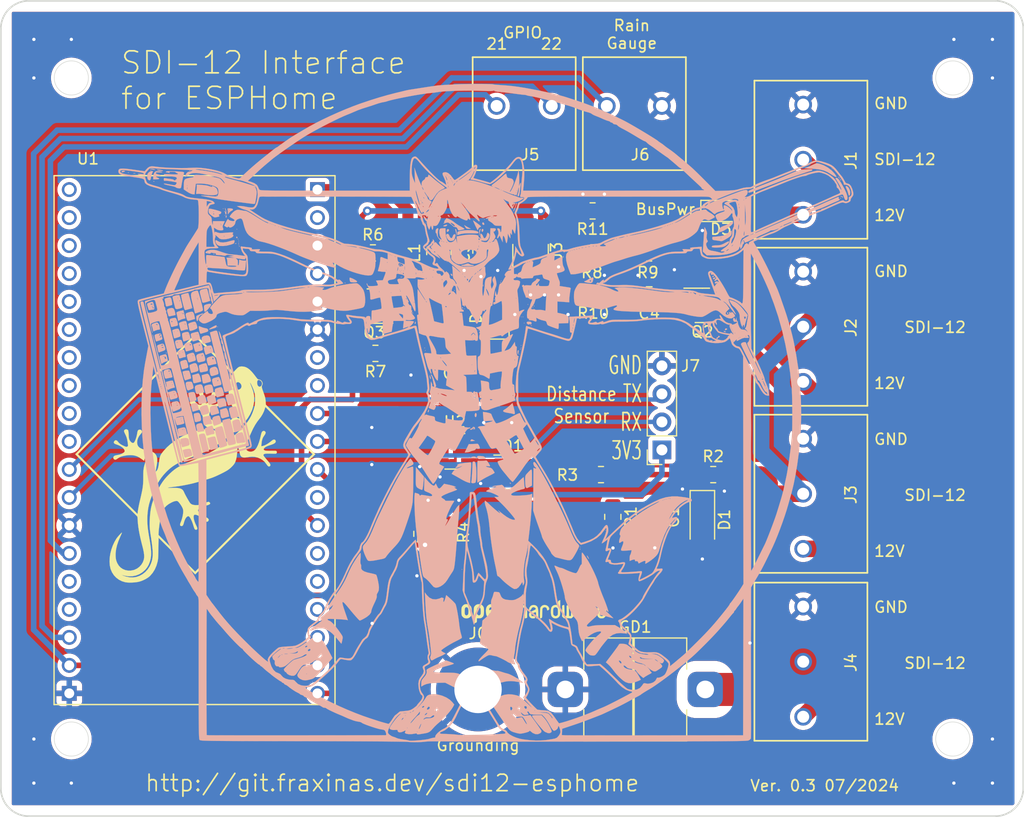
<source format=kicad_pcb>
(kicad_pcb (version 20240108) (generator "pcbnew") (generator_version "8.0")
  (layers (0 "F.Cu" mixed) (31 "B.Cu" mixed) (34 "B.Paste" user) (35 "F.Paste" user) (36 "B.SilkS" user "B.Silkscreen") (37 "F.SilkS" user "F.Silkscreen") (38 "B.Mask" user) (39 "F.Mask" user) (44 "Edge.Cuts" user))
  (net 0 "")
  (net 1 "Net-(D1-K)")
  (net 2 "+5V")
  (net 3 "+12V")
  (net 4 "Net-(Q1-G)")
  (net 5 "UART_RXD")
  (net 6 "+3V3")
  (net 7 "GPIO23")
  (net 8 "UART_TXD")
  (net 31 "SDI12_RXD")
  (net 32 "SDI12_TXD")
  (net 33 "GND")
  (net 36 "OE")
  (net 37 "Net-(D2-A)")
  (net 38 "SDI12_Bus")
  (net 39 "Net-(U3-V_{FB})")
  (net 40 "GPIO21")
  (net 41 "GPIO22")
  (net 42 "Net-(D3-K)")
  (net 43 "Net-(D2-K)")
  (net 44 "BusPwr_{Enable}")
  (net 45 "Net-(Q3-B)")
  (net 46 "~{BusPwr_{Enable}'}")
  (net 47 "Net-(R8-Pad1)")
  (footprint "Resistor_SMD:R_0805_2012Metric_Pad1.20x1.40mm_HandSolder" (layer "F.Cu") (at 93.472 82)
    (property "Reference" "R3")
    (property "Value" "510R")
  )
  (footprint "Resistor_SMD:R_0805_2012Metric_Pad1.20x1.40mm_HandSolder" (layer "F.Cu") (at 92.765999 61.88 180)
    (property "Reference" "R8")
    (property "Value" "1M±1%")
  )
  (footprint "Fraxinas-kicad:Gas Discharge Tube Generic 12.7mm THT" (layer "F.Cu") (at 90.231999 101.5)
    (property "Reference" "GD1")
    (property "Value" "10kV 90V")
  )
  (footprint "Fraxinas-kicad:Phoenix Contact SPTA 1 3 5,0 1752227" (layer "F.Cu") (at 111.821999 58.42 90)
    (property "Reference" "J1")
    (property "Value" "SDI-12 A")
  )
  (footprint "Fraxinas-kicad:MODULE_ESP32_NODEMCU" (layer "F.Cu") (at 55.291 78.994)
    (property "Reference" "U1")
    (property "Value" "ESP32_NODEMCU")
  )
  (footprint "Package_TO_SOT_SMD:SOT-23" (layer "F.Cu") (at 72.898 66.706 180)
    (property "Reference" "Q3")
    (property "Value" "S8050")
  )
  (footprint "Connector_PinSocket_2.54mm:PinSocket_1x04_P2.54mm_Vertical" (layer "F.Cu") (at 99 79.756 180)
    (property "Reference" "J7")
    (property "Value" "UART")
  )
  (footprint "Resistor_SMD:R_0805_2012Metric_Pad1.20x1.40mm_HandSolder" (layer "F.Cu") (at 94.543999 85.836 -90)
    (property "Reference" "R1")
    (property "Value" "200K")
  )
  (footprint "Fraxinas-kicad:Phoenix Contact SPTA 1 3 5,0 1752227" (layer "F.Cu") (at 111.821999 103.98 90)
    (property "Reference" "J4")
    (property "Value" "SDI-12 D")
  )
  (footprint "Package_TO_SOT_SMD:SOT-23" (layer "F.Cu") (at 102.671999 66.64)
    (property "Reference" "Q2")
    (property "Value" "AO3401A")
  )
  (footprint "Fraxinas-kicad:Phoenix Contact SPTA 1 2 5,0 1752214" (layer "F.Cu") (at 94 48.542)
    (property "Reference" "J6")
    (property "Value" "Rain Gauge")
  )
  (footprint "Resistor_SMD:R_0805_2012Metric_Pad1.20x1.40mm_HandSolder" (layer "F.Cu") (at 103.655999 82)
    (property "Reference" "R2")
    (property "Value" "510R")
  )
  (footprint "Capacitor_SMD:C_0805_2012Metric_Pad1.18x1.45mm_HandSolder" (layer "F.Cu") (at 80.033999 74.488)
    (property "Reference" "C2")
    (property "Value" "100nF")
  )
  (footprint "Capacitor_SMD:C_0805_2012Metric_Pad1.18x1.45mm_HandSolder" (layer "F.Cu") (at 82.573999 61.6475 -90)
    (property "Reference" "C3")
    (property "Value" "10µF")
  )
  (footprint "MountingHole:MountingHole_4.3mm_M4_ISO7380_Pad_TopBottom" (layer "F.Cu") (at 82.311999 101.5)
    (property "Reference" "J0")
    (property "Value" "Grounding")
  )
  (footprint "Resistor_SMD:R_0805_2012Metric_Pad1.20x1.40mm_HandSolder" (layer "F.Cu") (at 97.845999 61.88 180)
    (property "Reference" "R9")
    (property "Value" "56k±1%")
  )
  (footprint "Fraxinas-kicad:Phoenix Contact SPTA 1 3 5,0 1752227" (layer "F.Cu") (at 111.821999 88.74 90)
    (property "Reference" "J3")
    (property "Value" "SDI-12 C")
  )
  (footprint "Package_TO_SOT_SMD:SOT-23-5_HandSoldering" (layer "F.Cu") (at 80.207999 79.888)
    (property "Reference" "U2")
    (property "Value" "74LVC1G125")
  )
  (footprint "Resistor_SMD:R_0805_2012Metric_Pad1.20x1.40mm_HandSolder" (layer "F.Cu") (at 73 71 180)
    (property "Reference" "R7")
    (property "Value" "1k")
  )
  (footprint "LED_SMD:LED_0805_2012Metric_Pad1.15x1.40mm_HandSolder" (layer "F.Cu") (at 104.394 58.07)
    (property "Reference" "D3")
    (property "Value" "LED")
  )
  (footprint "Resistor_SMD:R_0805_2012Metric_Pad1.20x1.40mm_HandSolder" (layer "F.Cu") (at 75.747999 87.376 90)
    (property "Reference" "R5")
    (property "Value" "4K7")
  )
  (footprint "Capacitor_SMD:C_0805_2012Metric_Pad1.18x1.45mm_HandSolder" (layer "F.Cu") (at 97.845999 65.69 180)
    (property "Reference" "C4")
    (property "Value" "10µF")
  )
  (footprint "Package_TO_SOT_SMD:SOT-23" (layer "F.Cu") (at 85.4225 81.788)
    (property "Reference" "Q1")
    (property "Value" "2N7002")
  )
  (footprint "Inductor_SMD:L_1008_2520Metric_Pad1.43x2.20mm_HandSolder" (layer "F.Cu") (at 78.763999 61.7725 -90)
    (property "Reference" "L1")
    (property "Value" "4.7µH")
  )
  (footprint "Resistor_SMD:R_0805_2012Metric_Pad1.20x1.40mm_HandSolder" (layer "F.Cu") (at 72.771 61.88)
    (property "Reference" "R6")
    (property "Value" "12k")
  )
  (footprint "Capacitor_SMD:C_0805_2012Metric_Pad1.18x1.45mm_HandSolder" (layer "F.Cu") (at 98.353999 85.852 -90)
    (property "Reference" "C1")
    (property "Value" "3.3nF")
  )
  (footprint "Fraxinas:OSHW-Logo2_14.6x12mm_Mask" (layer "F.Cu") (at 87.376 89.916)
    (property "Reference" "LOGO1" (hide yes))
    (property "Value" "Logo_Open_Hardware_Small" (hide yes))
  )
  (footprint "Fraxinas-kicad:Phoenix Contact SPTA 1 3 5,0 1752227" (layer "F.Cu") (at 111.821999 73.58 90)
    (property "Reference" "J2")
    (property "Value" "SDI-12 B")
  )
  (footprint "Fraxinas:repairfox" (layer "F.Cu") (at 83.1425 76.52)
    (property "Reference" "G***" (hide yes))
    (property "Value" "LOGO" (hide yes))
  )
  (footprint "Resistor_SMD:R_0805_2012Metric_Pad1.20x1.40mm_HandSolder" (layer "F.Cu") (at 92.765999 65.69)
    (property "Reference" "R10")
    (property "Value" "120k±1%")
  )
  (footprint "Fraxinas-kicad:Phoenix Contact SPTA 1 2 5,0 1752214" (layer "F.Cu") (at 84 48.542)
    (property "Reference" "J5")
    (property "Value" "GPIO21/22")
  )
  (footprint "Resistor_SMD:R_0805_2012Metric_Pad1.20x1.40mm_HandSolder" (layer "F.Cu") (at 79.303999 87.392 90)
    (property "Reference" "R4")
    (property "Value" "4K7")
  )
  (footprint "Diode_SMD:D_SOD-123" (layer "F.Cu") (at 84.129999 67.34 90)
    (property "Reference" "D2")
    (property "Value" "MBR0540")
  )
  (footprint "Resistor_SMD:R_0805_2012Metric_Pad1.20x1.40mm_HandSolder" (layer "F.Cu") (at 92.71 58.07)
    (property "Reference" "R11")
    (property "Value" "510R")
  )
  (footprint "Diode_SMD:D_MiniMELF" (layer "F.Cu") (at 102.671999 86.106 -90)
    (property "Reference" "D1")
    (property "Value" "TZMC5V6-GS08")
  )
  (footprint "Fraxinas:purplegecko" (layer "F.Cu") (at 56.642 80.518 -90)
    (property "Reference" "G***" (hide yes))
    (property "Value" "LOGO" (hide yes))
  )
  (footprint "Package_TO_SOT_SMD:SOT-23-5_HandSoldering" (layer "F.Cu") (at 87.079999 62.0125 90)
    (property "Reference" "U3")
    (property "Value" "MCP1661")
  )
  (gr_circle (center 45.4 106) (end 46.95 106) (stroke (width 0.05)) (fill none) (layer "Edge.Cuts"))
  (gr_line (start 39 110.46) (end 39 41.54) (stroke (width 0.15)) (layer "Edge.Cuts"))
  (gr_arc (start 41.54 113) (mid 39.743949 112.256051) (end 39 110.46) (stroke (width 0.15)) (layer "Edge.Cuts"))
  (gr_line (start 41.54 113) (end 129.26 113) (stroke (width 0.15)) (layer "Edge.Cuts"))
  (gr_arc (start 129.26 39) (mid 131.056051 39.743949) (end 131.8 41.54) (stroke (width 0.15)) (layer "Edge.Cuts"))
  (gr_arc (start 39 41.54) (mid 39.743949 39.743949) (end 41.54 39) (stroke (width 0.15)) (layer "Edge.Cuts"))
  (gr_arc (start 131.8 110.46) (mid 131.056051 112.256051) (end 129.26 113) (stroke (width 0.15)) (layer "Edge.Cuts"))
  (gr_line (start 131.8 41.54) (end 131.8 110.46) (stroke (width 0.15)) (layer "Edge.Cuts"))
  (gr_circle (center 125.4 46) (end 126.95 46) (stroke (width 0.05)) (fill none) (layer "Edge.Cuts"))
  (gr_circle (center 45.4 46) (end 46.95 46) (stroke (width 0.05)) (fill none) (layer "Edge.Cuts"))
  (gr_line (start 41.54 39) (end 129.26 39) (stroke (width 0.15)) (layer "Edge.Cuts"))
  (gr_circle (center 125.4 106) (end 126.95 106) (stroke (width 0.05)) (fill none) (layer "Edge.Cuts"))
  (gr_text "Rain\nGauge" (at 96.266 43.434 0) (layer "F.SilkS") (effects (font (size 1 1)) (justify bottom)))
  (gr_text "http://git.fraxinas.dev/sdi12-esphome" (at 52 110 0) (layer "F.SilkS") (effects (font (size 1.5 1.5)) (justify left)))
  (gr_text "GND" (at 118.171999 94.615 0) (layer "F.SilkS") (effects (font (size 1 1)) (justify left bottom)))
  (gr_text "GPIO" (at 86.36 42.476 0) (layer "F.SilkS") (effects (font (size 1 1)) (justify bottom)))
  (gr_text "12V" (at 118.171999 59.055 0) (layer "F.SilkS") (effects (font (size 1 1)) (justify left bottom)))
  (gr_text "SDI-12" (at 118.171999 53.975 0) (layer "F.SilkS") (effects (font (size 1 1)) (justify left bottom)))
  (gr_text "SDI-12" (at 120.91 99.695 0) (layer "F.SilkS") (effects (font (size 1 1)) (justify left bottom)))
  (gr_text "SDI-12" (at 120.91 69.215 0) (layer "F.SilkS") (effects (font (size 1 1)) (justify left bottom)))
  (gr_text "BusPwr" (at 99.314 58.5 0) (layer "F.SilkS") (effects (font (size 1 1)) (justify bottom)))
  (gr_text "GND" (at 118.171999 64.135 0) (layer "F.SilkS") (effects (font (size 1 1)) (justify left bottom)))
  (gr_text "SDI-12" (at 120.91 84.455 0) (layer "F.SilkS") (effects (font (size 1 1)) (justify left bottom)))
  (gr_text "Distance\nSensor" (at 91.694 75.692 0) (layer "F.SilkS") (effects (font (size 1.25 1))))
  (gr_text "SDI-12 Interface\nfor ESPHome" (at 49.784 46.228 0) (layer "F.SilkS") (effects (font (size 2 2)) (justify left)))
  (gr_text "Ver. 0.3 07/2024" (at 106.934 110.236 0) (layer "F.SilkS") (effects (font (size 1 1)) (justify left)))
  (gr_text "GND\nTX\nRX\n3V3\n" (at 97.282 75.946 0) (layer "F.SilkS") (effects (font (size 1.6 1)) (justify right)))
  (gr_text "12V" (at 118.171999 104.775 0) (layer "F.SilkS") (effects (font (size 1 1)) (justify left bottom)))
  (gr_text "21    22" (at 86.5 43.5 0) (layer "F.SilkS") (effects (font (size 1 1)) (justify bottom)))
  (gr_text "GND" (at 118.171999 48.895 0) (layer "F.SilkS") (effects (font (size 1 1)) (justify left bottom)))
  (gr_text "12V" (at 118.171999 89.535 0) (layer "F.SilkS") (effects (font (size 1 1)) (justify left bottom)))
  (gr_text "12V" (at 118.171999 74.295 0) (layer "F.SilkS") (effects (font (size 1 1)) (justify left bottom)))
  (gr_text "GND" (at 118.171999 79.375 0) (layer "F.SilkS") (effects (font (size 1 1)) (justify left bottom)))
  (segment (start 98.324999 84.8435) (end 98.353999 84.8145) (width 0.5) (layer "F.Cu") (net 1))
  (segment (start 102.687999 84.34) (end 102.671999 84.356) (width 1.5) (layer "F.Cu") (net 1))
  (segment (start 94.543999 84.836) (end 94.551499 84.8435) (width 0.5) (layer "F.Cu") (net 1))
  (segment (start 102.213499 84.8145) (end 102.671999 84.356) (width 0.5) (layer "F.Cu") (net 1))
  (segment (start 98.099999 84.8145) (end 102.213499 84.8145) (width 0.5) (layer "F.Cu") (net 1))
  (segment (start 102.687999 82.032) (end 102.687999 84.34) (width 1.5) (layer "F.Cu") (net 1))
  (segment (start 94.472 82) (end 102.655999 82) (width 0.5) (layer "F.Cu") (net 1))
  (segment (start 102.655999 82) (end 102.687999 82.032) (width 1.5) (layer "F.Cu") (net 1))
  (segment (start 94.551499 84.8435) (end 98.070999 84.8435) (width 0.5) (layer "F.Cu") (net 1))
  (segment (start 75.946 60.61) (end 75.946 57.943) (width 1) (layer "F.Cu") (net 2))
  (segment (start 78.763999 60.61) (end 75.946 60.61) (width 1) (layer "F.Cu") (net 2))
  (segment (start 74.137 56.134) (end 71.247 56.134) (width 1) (layer "F.Cu") (net 2))
  (segment (start 75.946 57.943) (end 74.137 56.134) (width 1) (layer "F.Cu") (net 2))
  (segment (start 84.097999 78.044) (end 83.203999 78.938) (width 0.5) (layer "F.Cu") (net 2))
  (segment (start 78.763999 60.61) (end 86.077499 60.61) (width 1) (layer "F.Cu") (net 2))
  (segment (start 86.077499 60.61) (end 86.129999 60.6625) (width 1) (layer "F.Cu") (net 2))
  (segment (start 84.097999 76.52) (end 84.097999 78.044) (width 0.5) (layer "F.Cu") (net 2))
  (segment (start 75.946 60.61) (end 75.946 68.368001) (width 0.5) (layer "F.Cu") (net 2))
  (segment (start 71.247 56.134) (end 67.737 56.134) (width 1) (layer "F.Cu") (net 2))
  (segment (start 83.203999 78.938) (end 81.557999 78.938) (width 0.5) (layer "F.Cu") (net 2))
  (segment (start 73.771 61.88) (end 75.946 61.88) (width 0.508) (layer "F.Cu") (net 2))
  (segment (start 75.946 68.368001) (end 84.097999 76.52) (width 0.5) (layer "F.Cu") (net 2))
  (segment (start 106.481999 70.358) (end 109.703999 73.58) (width 1.5) (layer "F.Cu") (net 3))
  (segment (start 111.821999 88.74) (end 115.531999 88.74) (width 1.5) (layer "F.Cu") (net 3))
  (segment (start 106.481999 68) (end 106.481999 70.358) (width 1.5) (layer "F.Cu") (net 3))
  (segment (start 115.625999 88.646) (end 115.625999 100.176) (width 1.5) (layer "F.Cu") (net 3))
  (segment (start 115.625999 77.384) (end 115.625999 88.646) (width 1.5) (layer "F.Cu") (net 3))
  (segment (start 105.419 58.07) (end 111.471999 58.07) (width 0.508) (layer "F.Cu") (net 3))
  (segment (start 109.703999 73.58) (end 111.821999 73.58) (width 1.5) (layer "F.Cu") (net 3))
  (segment (start 115.531999 88.74) (end 115.625999 88.646) (width 1.5) (layer "F.Cu") (net 3))
  (segment (start 102.144499 68) (end 101.734499 67.59) (width 0.508) (layer "F.Cu") (net 3))
  (segment (start 106.481999 62.23) (end 110.291999 58.42) (width 1.5) (layer "F.Cu") (net 3))
  (segment (start 111.471999 58.07) (end 111.821999 58.42) (width 0.3) (layer "F.Cu") (net 3))
  (segment (start 106.481999 68) (end 102.144499 68) (width 0.508) (layer "F.Cu") (net 3))
  (segment (start 106.481999 62.23) (end 106.481999 68) (width 1.5) (layer "F.Cu") (net 3))
  (segment (start 115.625999 100.176) (end 111.821999 103.98) (width 1.5) (layer "F.Cu") (net 3))
  (segment (start 110.291999 58.42) (end 111.821999 58.42) (width 1.5) (layer "F.Cu") (net 3))
  (segment (start 111.821999 73.58) (end 115.625999 77.384) (width 1.5) (layer "F.Cu") (net 3))
  (segment (start 81.557999 80.838) (end 91.31 80.838) (width 0.5) (layer "F.Cu") (net 4))
  (segment (start 91.31 80.838) (end 92.472 82) (width 0.5) (layer "F.Cu") (net 4))
  (segment (start 98.492 75.184) (end 99 74.676) (width 0.4) (layer "B.Cu") (net 5))
  (segment (start 51.562 75.184) (end 98.492 75.184) (width 0.4) (layer "B.Cu") (net 5))
  (segment (start 45.212 81.534) (end 51.562 75.184) (width 0.4) (layer "B.Cu") (net 5))
  (segment (start 79.662 88.039999) (end 79.303999 88.398) (width 0.5) (layer "F.Cu") (net 6))
  (segment (start 69.657999 101.854) (end 67.737 101.854) (width 0.5) (layer "F.Cu") (net 6))
  (segment (start 79.287999 88.376) (end 79.303999 88.392) (width 0.5) (layer "F.Cu") (net 6))
  (segment (start 75.747999 88.376) (end 79.287999 88.376) (width 0.5) (layer "F.Cu") (net 6))
  (segment (start 79.303999 92.208) (end 69.657999 101.854) (width 0.5) (layer "F.Cu") (net 6))
  (segment (start 75.747999 88.376) (end 75.747999 88.551284) (width 0.5) (layer "F.Cu") (net 6))
  (segment (start 79.303999 88.398) (end 79.303999 92.208) (width 0.5) (layer "F.Cu") (net 6))
  (via (at 77.5 88.376) (size 0.8) (drill 0.4) (layers "F.Cu" "B.Cu") (net 6))
  (segment (start 97.18 83.82) (end 82.556 83.82) (width 0.508) (layer "B.Cu") (net 6))
  (segment (start 99 82) (end 97.18 83.82) (width 0.508) (layer "B.Cu") (net 6))
  (segment (start 99 79.756) (end 99 82) (width 0.508) (layer "B.Cu") (net 6))
  (segment (start 82.556 83.82) (end 78 88.376) (width 0.508) (layer "B.Cu") (net 6))
  (segment (start 71.374 92.964) (end 74.168 90.17) (width 0.508) (layer "F.Cu") (net 7))
  (segment (start 45.212 99.314) (end 46.686 99.314) (width 0.508) (layer "F.Cu") (net 7))
  (segment (start 46.686 99.314) (end 53.036 92.964) (width 0.508) (layer "F.Cu") (net 7))
  (segment (start 75.076999 86.376) (end 75.747999 86.376) (width 0.508) (layer "F.Cu") (net 7))
  (segment (start 74.168 87.284999) (end 75.076999 86.376) (width 0.508) (layer "F.Cu") (net 7))
  (segment (start 74.168 90.17) (end 74.168 87.284999) (width 0.508) (layer "F.Cu") (net 7))
  (segment (start 53.036 92.964) (end 71.374 92.964) (width 0.508) (layer "F.Cu") (net 7))
  (segment (start 91.458 46) (end 94 48.542) (width 0.508) (layer "B.Cu") (net 7))
  (segment (start 75.184369 50.738) (end 79.922369 46) (width 0.508) (layer "B.Cu") (net 7))
  (segment (start 45.212 99.314) (end 41.98 96.082) (width 0.508) (layer "B.Cu") (net 7))
  (segment (start 44.112395 50.738) (end 75.184369 50.738) (width 0.508) (layer "B.Cu") (net 7))
  (segment (start 79.922369 46) (end 91.458 46) (width 0.508) (layer "B.Cu") (net 7))
  (segment (start 41.98 96.082) (end 41.98 52.870395) (width 0.508) (layer "B.Cu") (net 7))
  (segment (start 41.98 52.870395) (end 44.112395 50.738) (width 0.508) (layer "B.Cu") (net 7))
  (segment (start 49.022 80.264) (end 86.636308 80.264) (width 0.4) (layer "B.Cu") (net 8))
  (segment (start 45.212 84.074) (end 49.022 80.264) (width 0.4) (layer "B.Cu") (net 8))
  (segment (start 89.684308 77.216) (end 99 77.216) (width 0.4) (layer "B.Cu") (net 8))
  (segment (start 86.636308 80.264) (end 89.684308 77.216) (width 0.4) (layer "B.Cu") (net 8))
  (segment (start 80.772 81.788) (end 86.36 81.788) (width 0.5) (layer "F.Cu") (net 31))
  (segment (start 79.303999 83.312) (end 79.303999 86.392) (width 0.5) (layer "F.Cu") (net 31))
  (segment (start 79.248 83.312) (end 80.772 81.788) (width 0.5) (layer "F.Cu") (net 31))
  (segment (start 67.737 81.534) (end 69.515 83.312) (width 0.5) (layer "F.Cu") (net 31))
  (segment (start 69.515 83.312) (end 79.248 83.312) (width 0.5) (layer "F.Cu") (net 31))
  (segment (start 67.737 78.994) (end 76.2 78.994) (width 0.5) (layer "F.Cu") (net 32))
  (segment (start 76.2 78.994) (end 77.094 79.888) (width 0.5) (layer "F.Cu") (net 32))
  (segment (start 77.094 79.888) (end 78.857999 79.888) (width 0.5) (layer "F.Cu") (net 32))
  (segment (start 87.079999 62.385) (end 86.773499 62.0785) (width 0.5) (layer "F.Cu") (net 33))
  (segment (start 83.180499 62.0785) (end 82.573999 62.685) (width 0.5) (layer "F.Cu") (net 33))
  (segment (start 87.079999 63.3625) (end 87.079999 65.69) (width 0.6) (layer "F.Cu") (net 33))
  (segment (start 86.773499 62.0785) (end 83.180499 62.0785) (width 0.5) (layer "F.Cu") (net 33))
  (segment (start 87.079999 63.3625) (end 87.079999 62.385) (width 0.5) (layer "F.Cu") (net 33))
  (via (at 98.353999 88.646) (size 0.7) (drill 0.3) (layers "F.Cu" "B.Cu") (net 33))
  (via (at 106.989999 97.282) (size 0.7) (drill 0.3) (layers "F.Cu" "B.Cu") (net 33))
  (via (at 129 106) (size 0.7) (drill 0.3) (layers "F.Cu" "B.Cu") (net 33))
  (via (at 45.4 42.5) (size 0.7) (drill 0.3) (layers "F.Cu" "B.Cu") (net 33))
  (via (at 125.5 42.5) (size 0.7) (drill 0.3) (layers "F.Cu" "B.Cu") (net 33))
  (via (at 42 110) (size 0.7) (drill 0.3) (layers "F.Cu" "B.Cu") (net 33))
  (via (at 94.557398 88.657359) (size 0.7) (drill 0.3) (layers "F.Cu" "B.Cu") (net 33))
  (via (at 91.8335 56.546) (size 0.7) (drill 0.3) (layers "F.Cu" "B.Cu") (net 33))
  (via (at 104.671999 83.5) (size 0.7) (drill 0.3) (layers "F.Cu" "B.Cu") (net 33))
  (via (at 129 110) (size 0.7) (drill 0.3) (layers "F.Cu" "B.Cu") (net 33))
  (via (at 125.5 110) (size 0.7) (drill 0.3) (layers "F.Cu" "B.Cu") (net 33))
  (via (at 93.781999 63.912) (size 0.7) (drill 0.3) (layers "F.Cu" "B.Cu") (net 33))
  (via (at 89.619999 63.15) (size 0.7) (drill 0.3) (layers "F.Cu" "B.Cu") (net 33))
  (via (at 84.097999 63.47) (size 0.7) (drill 0.3) (layers "F.Cu" "B.Cu") (net 33))
  (via (at 77.021109 81.28) (size 0.7) (drill 0.3) (layers "F.Cu" "B.Cu") (net 33))
  (via (at 80.573999 84.328) (size 0.7) (drill 0.3) (layers "F.Cu" "B.Cu") (net 33))
  (via (at 85.367999 77.282) (size 0.7) (drill 0.3) (layers "F.Cu" "B.Cu") (net 33))
  (via (at 45.4 110) (size 0.7) (drill 0.3) (layers "F.Cu" "B.Cu") (net 33))
  (via (at 72.667999 77.724) (size 0.7) (drill 0.3) (layers "F.Cu" "B.Cu") (net 33))
  (via (at 89.619999 65.69) (size 0.7) (drill 0.3) (layers "F.Cu" "B.Cu") (net 33))
  (via (at 42 46) (size 0.7) (drill 0.3) (layers "F.Cu" "B.Cu") (net 33))
  (via (at 88.349999 65.69) (size 0.7) (drill 0.3) (layers "F.Cu" "B.Cu") (net 33))
  (via (at 82.827999 77.282) (size 0.7) (drill 0.3) (layers "F.Cu" "B.Cu") (net 33))
  (via (at 77.779999 84.328) (size 0.7) (drill 0.3) (layers "F.Cu" "B.Cu") (net 33))
  (via (at 93.781999 56.546) (size 0.7) (drill 0.3) (layers "F.Cu" "B.Cu") (net 33))
  (via (at 100.865999 83.312) (size 0.7) (drill 0.3) (layers "F.Cu" "B.Cu") (net 33))
  (via (at 76.763999 91.186) (size 0.7) (drill 0.3) (layers "F.Cu" "B.Cu") (net 33))
  (via (at 90.479999 67.468) (size 0.7) (drill 0.3) (layers "F.Cu" "B.Cu") (net 33))
  (via (at 82.55 82.804) (size 0.7) (drill 0.3) (layers "F.Cu" "B.Cu") (net 33))
  (via (at 72.699999 95.504) (size 0.7) (drill 0.3) (layers "F.Cu" "B.Cu") (net 33))
  (via (at 129 46) (size 0.7) (drill 0.3) (layers "F.Cu" "B.Cu") (net 33))
  (via (at 81.049999 63.47) (size 0.7) (drill 0.3) (layers "F.Cu" "B.Cu") (net 33))
  (via (at 93.781999 67.468) (size 0.7) (drill 0.3) (layers "F.Cu" "B.Cu") (net 33))
  (via (at 102.671999 89.662) (size 0.7) (drill 0.3) (layers "F.Cu" "B.Cu") (net 33))
  (via (at 42 42.5) (size 0.7) (drill 0.3) (layers "F.Cu" "B.Cu") (net 33))
  (via (at 82.57566 64.028706) (size 0.7) (drill 0.3) (layers "F.Cu" "B.Cu") (net 33))
  (via (at 87.079999 65.69) (size 0.7) (drill 0.3) (layers "F.Cu" "B.Cu") (net 33))
  (via (at 72.667999 81.092) (size 0.7) (drill 0.3) (layers "F.Cu" "B.Cu") (net 33))
  (via (at 100.131999 63.404) (size 0.7) (drill 0.3) (layers "F.Cu" "B.Cu") (net 33))
  (via (at 102.671999 59.848) (size 0.7) (drill 0.3) (layers "F.Cu" "B.Cu") (net 33))
  (via (at 78.862108 82.210285) (size 0.7) (drill 0.3) (layers "F.Cu" "B.Cu") (net 33))
  (via (at 96.829999 63.912) (size 0.7) (drill 0.3) (layers "F.Cu" "B.Cu") (net 33))
  (via (at 76.223999 72.964) (size 0.7) (drill 0.3) (layers "F.Cu" "B.Cu") (net 33))
  (via (at 129 42.5) (size 0.7) (drill 0.3) (layers "F.Cu" "B.Cu") (net 33))
  (via (at 85.653999 67.468) (size 0.7) (drill 0.3) (layers "F.Cu" "B.Cu") (net 33))
  (via (at 42 106) (size 0.7) (drill 0.3) (layers "F.Cu" "B.Cu") (net 33))
  (segment (start 74.985999 76.454) (end 77.469999 78.938) (width 0.5) (layer "F.Cu") (net 36))
  (segment (start 77.469999 78.938) (end 78.857999 78.938) (width 0.5) (layer "F.Cu") (net 36))
  (segment (start 67.737 76.454) (end 74.985999 76.454) (width 0.5) (layer "F.Cu") (net 36))
  (segment (start 78.763999 62.935) (end 78.763999 63.978) (width 1.5) (layer "F.Cu") (net 37))
  (segment (start 84.637999 65.69) (end 85.653999 64.674) (width 1) (layer "F.Cu") (net 37))
  (segment (start 80.475999 65.69) (end 84.637999 65.69) (width 1.5) (layer "F.Cu") (net 37))
  (segment (start 78.763999 63.978) (end 80.475999 65.69) (width 1.5) (layer "F.Cu") (net 37))
  (segment (start 86.129999 63.372) (end 86.161999 63.404) (width 0.6) (layer "F.Cu") (net 37))
  (segment (start 86.129999 63.3625) (end 86.129999 63.372) (width 0.6) (layer "F.Cu") (net 37))
  (segment (start 86.161999 63.404) (end 86.161999 64.166) (width 0.6) (layer "F.Cu") (net 37))
  (segment (start 86.161999 64.166) (end 85.653999 64.674) (width 0.6) (layer "F.Cu") (net 37))
  (segment (start 108.767999 83.312) (end 108.767999 82.788) (width 1.5) (layer "F.Cu") (net 38))
  (segment (start 111.821999 83.74) (end 109.195999 83.74) (width 1.5) (layer "F.Cu") (net 38))
  (segment (start 106.595999 101.5) (end 109.115999 98.98) (width 3) (layer "F.Cu") (net 38))
  (segment (start 108.767999 98.472) (end 109.195999 98.9) (width 1.5) (layer "F.Cu") (net 38))
  (segment (start 109.115999 98.98) (end 111.821999 98.98) (width 3) (layer "F.Cu") (net 38))
  (segment (start 115.631999 57.23) (end 111.821999 53.42) (width 1.5) (layer "F.Cu") (net 38))
  (segment (start 115.631999 64.77) (end 115.631999 57.23) (width 1.5) (layer "F.Cu") (net 38))
  (segment (start 108.767999 82.788) (end 107.979999 82) (width 1.5) (layer "F.Cu") (net 38))
  (segment (start 111.821999 68.58) (end 115.631999 64.77) (width 1.5) (layer "F.Cu") (net 38))
  (segment (start 107.979999 82) (end 104.655999 82) (width 1.5) (layer "F.Cu") (net 38))
  (segment (start 108.767999 83.312) (end 108.767999 98.472) (width 1.5) (layer "F.Cu") (net 38))
  (segment (start 102.931999 101.5) (end 106.595999 101.5) (width 3) (layer "F.Cu") (net 38))
  (segment (start 109.195999 83.74) (end 108.767999 83.312) (width 1.5) (layer "F.Cu") (net 38))
  (segment (start 111.821999 68.58) (end 111.815999 68.58) (width 1.5) (layer "B.Cu") (net 38))
  (segment (start 108.005999 72.39) (end 108.005999 79.924) (width 1.5) (layer "B.Cu") (net 38))
  (segment (start 108.005999 79.924) (end 111.821999 83.74) (width 1.5) (layer "B.Cu") (net 38))
  (segment (start 111.815999 68.58) (end 108.005999 72.39) (width 1.5) (layer "B.Cu") (net 38))
  (segment (start 88.029999 64.305) (end 88.398999 64.674) (width 0.5) (layer "F.Cu") (net 39))
  (segment (start 91.765999 65.674) (end 91.749999 65.69) (width 0.508) (layer "F.Cu") (net 39))
  (segment (start 88.398999 64.674) (end 91.495999 64.674) (width 0.5) (layer "F.Cu") (net 39))
  (segment (start 91.765999 61.88) (end 91.765999 65.674) (width 0.508) (layer "F.Cu") (net 39))
  (segment (start 91.749999 65.69) (end 91.749999 64.928) (width 0.508) (layer "F.Cu") (net 39))
  (segment (start 91.749999 64.928) (end 91.495999 64.674) (width 0.508) (layer "F.Cu") (net 39))
  (segment (start 88.029999 63.15) (end 88.029999 64.305) (width 0.5) (layer "F.Cu") (net 39))
  (segment (start 44.654 89.154) (end 45.212 89.154) (width 0.5) (layer "B.Cu") (net 40))
  (segment (start 43.5 53.5) (end 43.5 88) (width 0.5) (layer "B.Cu") (net 40))
  (segment (start 80.551974 47.52) (end 75.813974 52.258) (width 0.5) (layer "B.Cu") (net 40))
  (segment (start 44.742 52.258) (end 43.5 53.5) (width 0.5) (layer "B.Cu") (net 40))
  (segment (start 43.5 88) (end 44.654 89.154) (width 0.5) (layer "B.Cu") (net 40))
  (segment (start 84 48.542) (end 82.978 47.52) (width 0.5) (layer "B.Cu") (net 40))
  (segment (start 82.978 47.52) (end 80.551974 47.52) (width 0.5) (layer "B.Cu") (net 40))
  (segment (start 75.813974 52.258) (end 44.742 52.258) (width 0.5) (layer "B.Cu") (net 40))
  (segment (start 75.5 51.5) (end 44.428026 51.5) (width 0.508) (layer "B.Cu") (net 41))
  (segment (start 87.22 46.762) (end 80.238 46.762) (width 0.508) (layer "B.Cu") (net 41))
  (segment (start 89 48.542) (end 87.22 46.762) (width 0.508) (layer "B.Cu") (net 41))
  (segment (start 42.742 53.186026) (end 42.742 95.742) (width 0.508) (layer "B.Cu") (net 41))
  (segment (start 43.774 96.774) (end 45.212 96.774) (width 0.508) (layer "B.Cu") (net 41))
  (segment (start 80.238 46.762) (end 75.5 51.5) (width 0.508) (layer "B.Cu") (net 41))
  (segment (start 44.428026 51.5) (end 42.742 53.186026) (width 0.508) (layer "B.Cu") (net 41))
  (segment (start 42.742 95.742) (end 43.774 96.774) (width 0.508) (layer "B.Cu") (net 41))
  (segment (start 94.1035 58.07) (end 103.369 58.07) (width 0.508) (layer "F.Cu") (net 42))
  (segment (start 98.949499 66.64) (end 103.609499 66.64) (width 0.508) (layer "F.Cu") (net 43))
  (segment (start 98.845999 61.372) (end 98.845999 65.6525) (width 0.508) (layer "F.Cu") (net 43))
  (segment (start 98.883499 66.706) (end 96.599499 68.99) (width 1) (layer "F.Cu") (net 43))
  (segment (start 96.599499 68.99) (end 84.129999 68.99) (width 1) (layer "F.Cu") (net 43))
  (segment (start 88.011 60.643501) (end 88.029999 60.6625) (width 0.508) (layer "F.Cu") (net 44))
  (segment (start 101.734499 65.69) (end 101.734499 62.896524) (width 0.508) (layer "F.Cu") (net 44))
  (segment (start 71.771 66.5165) (end 71.9605 66.706) (width 0.508) (layer "F.Cu") (net 44))
  (segment (start 71.771 58.562) (end 72.263 58.07) (width 0.508) (layer "F.Cu") (net 44))
  (segment (start 101.734499 62.896524) (end 98.685975 59.848) (width 0.508) (layer "F.Cu") (net 44))
  (segment (start 71.771 61.88) (end 71.771 58.562) (width 0.508) (layer "F.Cu") (net 44))
  (segment (start 89.789 59.848) (end 88.011 58.07) (width 0.508) (layer "F.Cu") (net 44))
  (segment (start 71.771 61.88) (end 71.771 66.5165) (width 0.508) (layer "F.Cu") (net 44))
  (segment (start 88.011 58.07) (end 88.011 60.643501) (width 0.508) (layer "F.Cu") (net 44))
  (segment (start 98.685975 59.848) (end 89.789 59.848) (width 0.508) (layer "F.Cu") (net 44))
  (via (at 88.011 58.07) (size 0.8) (drill 0.4) (layers "F.Cu" "B.Cu") (net 44))
  (via (at 72.263 58.07) (size 0.8) (drill 0.4) (layers "F.Cu" "B.Cu") (net 44))
  (segment (start 72.263 58.07) (end 88.011 58.07) (width 0.508) (layer "B.Cu") (net 44))
  (segment (start 73.771 70.771) (end 73.771 67.7205) (width 0.508) (layer "F.Cu") (net 45))
  (segment (start 74 71) (end 73.771 70.771) (width 0.508) (layer "F.Cu") (net 45))
  (segment (start 73.771 67.7205) (end 73.8355 67.656) (width 0.508) (layer "F.Cu") (net 45))
  (segment (start 66.294 85.171) (end 66.294 75.946) (width 0.508) (layer "F.Cu") (net 46))
  (segment (start 67.056 75.184) (end 70.917078 75.184) (width 0.508) (layer "F.Cu") (net 46))
  (segment (start 66.294 75.946) (end 67.056 75.184) (width 0.508) (layer "F.Cu") (net 46))
  (segment (start 70.917078 75.184) (end 70.917078 72.082922) (width 0.508) (layer "F.Cu") (net 46))
  (segment (start 70.917078 72.082922) (end 72 71) (width 0.508) (layer "F.Cu") (net 46))
  (segment (start 67.737 86.614) (end 66.294 85.171) (width 0.508) (layer "F.Cu") (net 46))
  (segment (start 96.829999 61.88) (end 93.749999 61.88) (width 0.508) (layer "F.Cu") (net 47))
  (zone (net 33) (net_name "GND") (layer "F.Cu") (priority 2) (connect_pads (clearance 0.4)) (min_thickness 0.2) (fill yes (thermal_gap 0.5) (thermal_bridge_width 0.5))
    (polygon (pts (xy 40 40) (xy 131 40) (xy 131 112) (xy 40 112)))
  )
  (zone (net 33) (net_name "GND") (layer "B.Cu") (priority 2) (connect_pads (clearance 0.4)) (min_thickness 0.2) (fill yes (thermal_gap 0.5) (thermal_bridge_width 0.5))
    (polygon (pts (xy 40 40.005) (xy 131 40.005) (xy 131 112.005) (xy 40 112.005)))
  )
)
</source>
